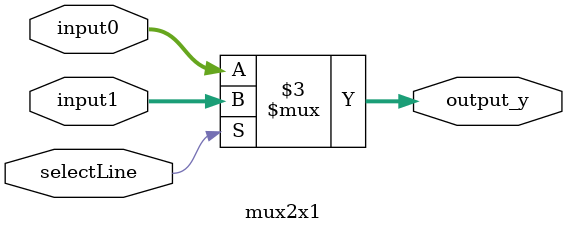
<source format=v>
module mux2x1(output reg [9:0] output_y, input [9:0] input0, input [9:0] input1, input selectLine);
    always @(*) begin
        if (selectLine) begin
            output_y = input1;    // Select in1 (branchPC) if branch is taken
            //  $display("mux 1");
        end else begin
            output_y = input0;    // Select in0 (PC + 4) if branch is not taken
            // $display("mux 0");
    end
    // $display("nextPC is %d %d %d %d" ,input0, input1 , selectLine, output_y);
    end
endmodule


</source>
